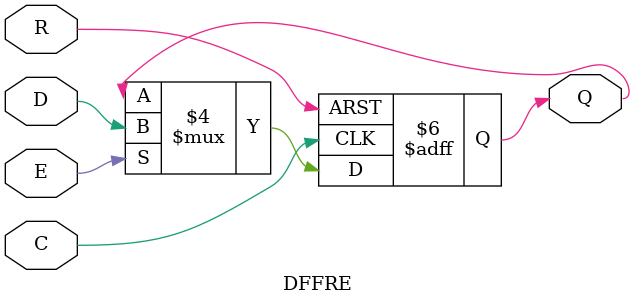
<source format=v>
`timescale 1ns/1ps
`celldefine

// No prologue needed.
module DFFRE (
  input D, // Data Input
  input R, // Active-low, asynchronous reset
  input E, // Active-high enable
  input C, // Clock
  output reg Q = 1'b0 // Data Output
);

  always @(posedge C, negedge R)
    if (!R)
      Q <= 1'b0;
    else if (E)
      Q <= D;

endmodule
`endcelldefine

</source>
